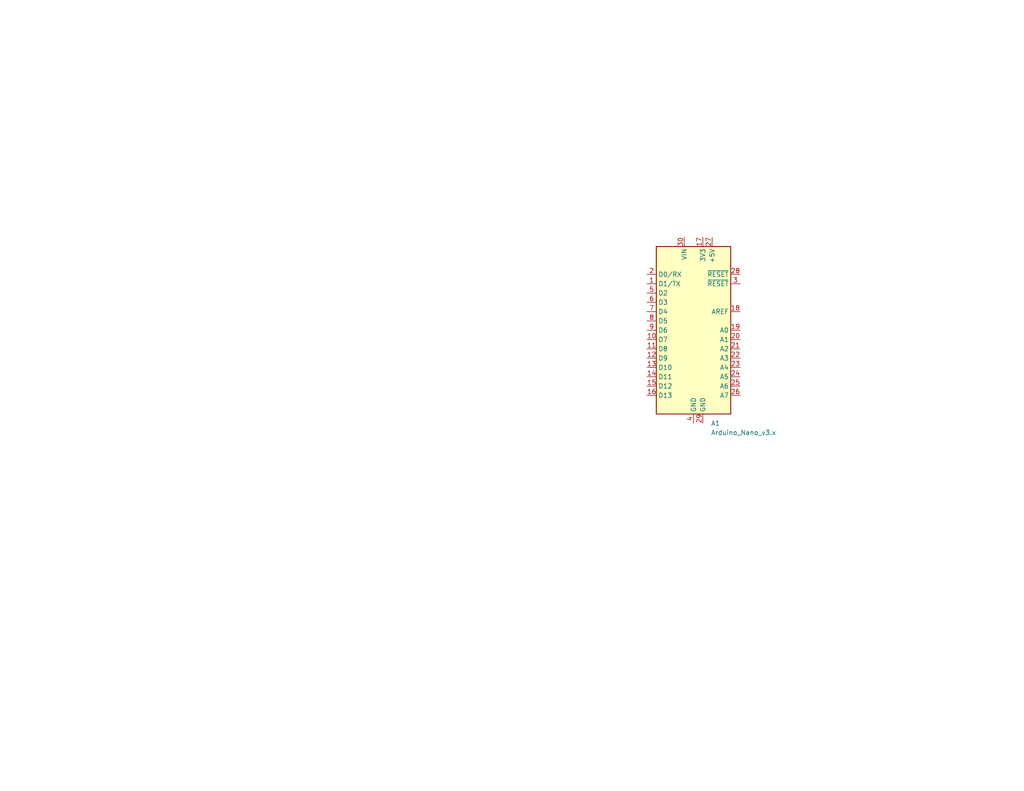
<source format=kicad_sch>
(kicad_sch (version 20231120) (generator "eeschema") (generator_version "8.0")
  (paper "USLetter")
  (title_block (title "Bathroom Timer") (date "2025-02-01") (rev "A"))
  (lib_symbols
    (symbol "MCU_Module:Arduino_Nano_v3.x"
      (property "Reference" "A" (at -10.16 23.495 0))
      (property "Value" "Arduino_Nano_v3.x" (at 5.08 -24.13 0))
      (symbol "Arduino_Nano_v3.x_0_1"
        (rectangle (start -10.16 22.86) (end 10.16 -22.86) (stroke (width 0.254)) (fill (type background)))
      )
      (symbol "Arduino_Nano_v3.x_1_1"
        (pin bidirectional line (at -12.7 12.7 0) (length 2.54) (name "D1/TX") (number "1"))
        (pin bidirectional line (at -12.7 -2.54 0) (length 2.54) (name "D7") (number "10"))
        (pin bidirectional line (at -12.7 -5.08 0) (length 2.54) (name "D8") (number "11"))
        (pin bidirectional line (at -12.7 -7.62 0) (length 2.54) (name "D9") (number "12"))
        (pin bidirectional line (at -12.7 -10.16 0) (length 2.54) (name "D10") (number "13"))
        (pin bidirectional line (at -12.7 -12.7 0) (length 2.54) (name "D11") (number "14"))
        (pin bidirectional line (at -12.7 -15.24 0) (length 2.54) (name "D12") (number "15"))
        (pin bidirectional line (at -12.7 -17.78 0) (length 2.54) (name "D13") (number "16"))
        (pin power_out line (at 2.54 25.4 270) (length 2.54) (name "3V3") (number "17"))
        (pin input line (at 12.7 5.08 180) (length 2.54) (name "AREF") (number "18"))
        (pin bidirectional line (at 12.7 0 180) (length 2.54) (name "A0") (number "19"))
        (pin bidirectional line (at -12.7 15.24 0) (length 2.54) (name "D0/RX") (number "2"))
        (pin bidirectional line (at 12.7 -2.54 180) (length 2.54) (name "A1") (number "20"))
        (pin bidirectional line (at 12.7 -5.08 180) (length 2.54) (name "A2") (number "21"))
        (pin bidirectional line (at 12.7 -7.62 180) (length 2.54) (name "A3") (number "22"))
        (pin bidirectional line (at 12.7 -10.16 180) (length 2.54) (name "A4") (number "23"))
        (pin bidirectional line (at 12.7 -12.7 180) (length 2.54) (name "A5") (number "24"))
        (pin bidirectional line (at 12.7 -15.24 180) (length 2.54) (name "A6") (number "25"))
        (pin bidirectional line (at 12.7 -17.78 180) (length 2.54) (name "A7") (number "26"))
        (pin power_out line (at 5.08 25.4 270) (length 2.54) (name "+5V") (number "27"))
        (pin input line (at 12.7 15.24 180) (length 2.54) (name "~{RESET}") (number "28"))
        (pin power_in line (at 2.54 -25.4 90) (length 2.54) (name "GND") (number "29"))
        (pin input line (at 12.7 12.7 180) (length 2.54) (name "~{RESET}") (number "3"))
        (pin power_in line (at -2.54 25.4 270) (length 2.54) (name "VIN") (number "30"))
        (pin power_in line (at 0 -25.4 90) (length 2.54) (name "GND") (number "4"))
        (pin bidirectional line (at -12.7 10.16 0) (length 2.54) (name "D2") (number "5"))
        (pin bidirectional line (at -12.7 7.62 0) (length 2.54) (name "D3") (number "6"))
        (pin bidirectional line (at -12.7 5.08 0) (length 2.54) (name "D4") (number "7"))
        (pin bidirectional line (at -12.7 2.54 0) (length 2.54) (name "D5") (number "8"))
        (pin bidirectional line (at -12.7 0 0) (length 2.54) (name "D6") (number "9"))
      )
    )
  )
  (symbol (lib_id "MCU_Module:Arduino_Nano_v3.x") (at 189.23 90.17 0) (unit 1)
    (property "Reference" "A1" (at 193.9641 115.57 0) (effects (justify left)))
    (property "Value" "Arduino_Nano_v3.x" (at 193.9641 118.11 0) (effects (justify left)))
    (property "Footprint" "Module:Arduino_Nano" (effects (hide yes)))
    (property "Datasheet" "http://www.mouser.com/pdfdocs/Gravitech_Arduino_Nano3_0.pdf" (effects (hide yes)))
    (property "Description" "Arduino Nano v3.x" (effects (hide yes)))
  )
)
</source>
